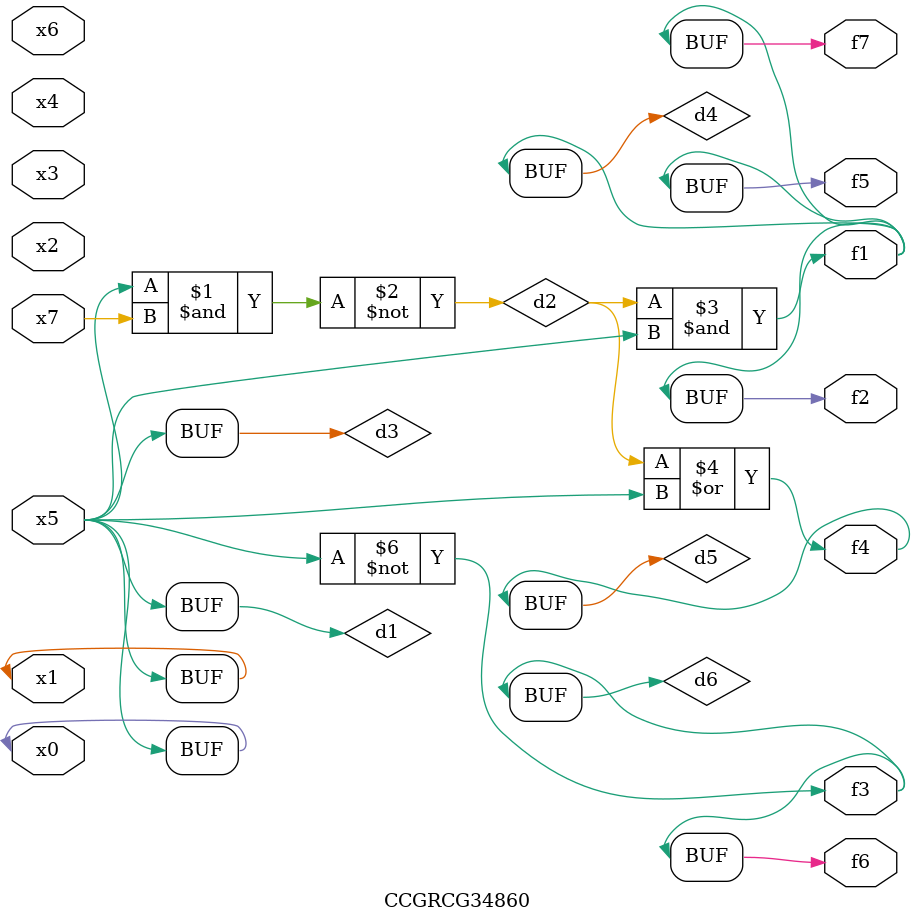
<source format=v>
module CCGRCG34860(
	input x0, x1, x2, x3, x4, x5, x6, x7,
	output f1, f2, f3, f4, f5, f6, f7
);

	wire d1, d2, d3, d4, d5, d6;

	buf (d1, x0, x5);
	nand (d2, x5, x7);
	buf (d3, x0, x1);
	and (d4, d2, d3);
	or (d5, d2, d3);
	nor (d6, d1, d3);
	assign f1 = d4;
	assign f2 = d4;
	assign f3 = d6;
	assign f4 = d5;
	assign f5 = d4;
	assign f6 = d6;
	assign f7 = d4;
endmodule

</source>
